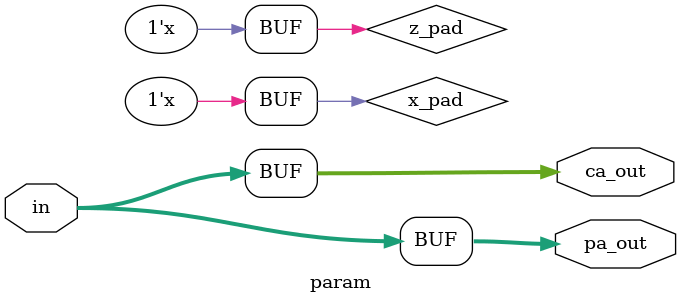
<source format=v>
module top;
  reg pass;
  reg [31:0] in_full;
  wire [31:0] pa_out_full, ca_out_full;
  reg [29:0] in_part;
  wire [31:0] pa_out_part, ca_out_part;

  initial begin
    pass = 1'b1;
    in_full = {16{2'b10}};
    in_part = {15{2'b01}};
    #1;
    if (pa_out_full !== 32'b10101010101010101010101010101010) begin
      $display("Failed: pa_out_full, got %b", pa_out_full);
      pass = 1'b1;
    end
    if (ca_out_full !== 32'b10101010101010101010101010101010) begin
      $display("Failed: ca_out_full, got %b", ca_out_full);
      pass = 1'b1;
    end
    if (pa_out_part !== 32'bxx010101010101010101010101010101) begin
      $display("Failed: pa_out_part, got %b", pa_out_part);
      pass = 1'b1;
    end
    if (ca_out_part !== 32'bzz010101010101010101010101010101) begin
      $display("Failed: ca_out_part, got %b", ca_out_part);
      pass = 1'b1;
    end

    if (pass) $display("PASSED");
  end

  param #(32) full(pa_out_full, ca_out_full, in_full);
  param #(30) part(pa_out_part, ca_out_part, in_part);
endmodule

module param #(parameter width = 32) (
  output reg [31:0] pa_out,
  output wire [31:0] ca_out,
  input [width-1:0] in);
  wire z_pad = 1'bz;
  wire x_pad = 1'bx;

  assign ca_out = {{32-width{z_pad}}, in};

  always @* pa_out = {{32-width{x_pad}}, in};
endmodule

  

</source>
